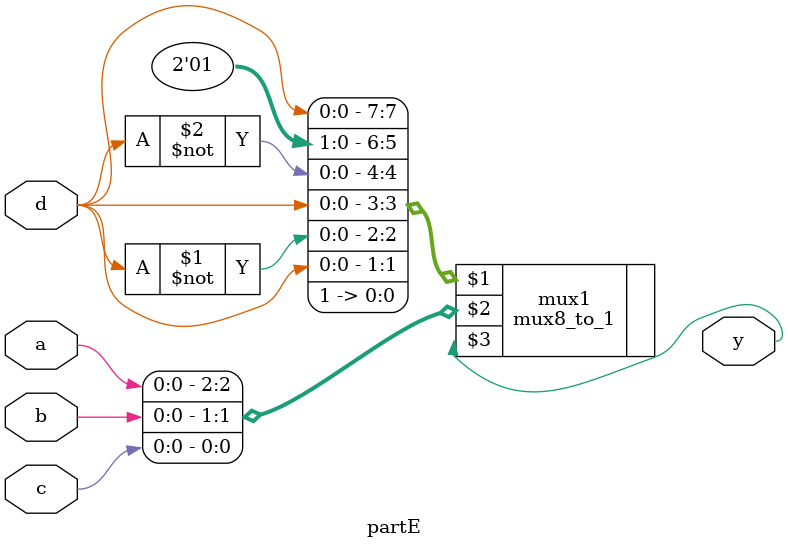
<source format=sv>
`timescale 1ns / 1ps


module partE( input logic a, b, c, d, output logic y);
    mux8_to_1 mux1( {d, 1'b0, 1'b1, ~d, d, ~d, d, 1'b1}, {a, b, c}, y);
endmodule

</source>
